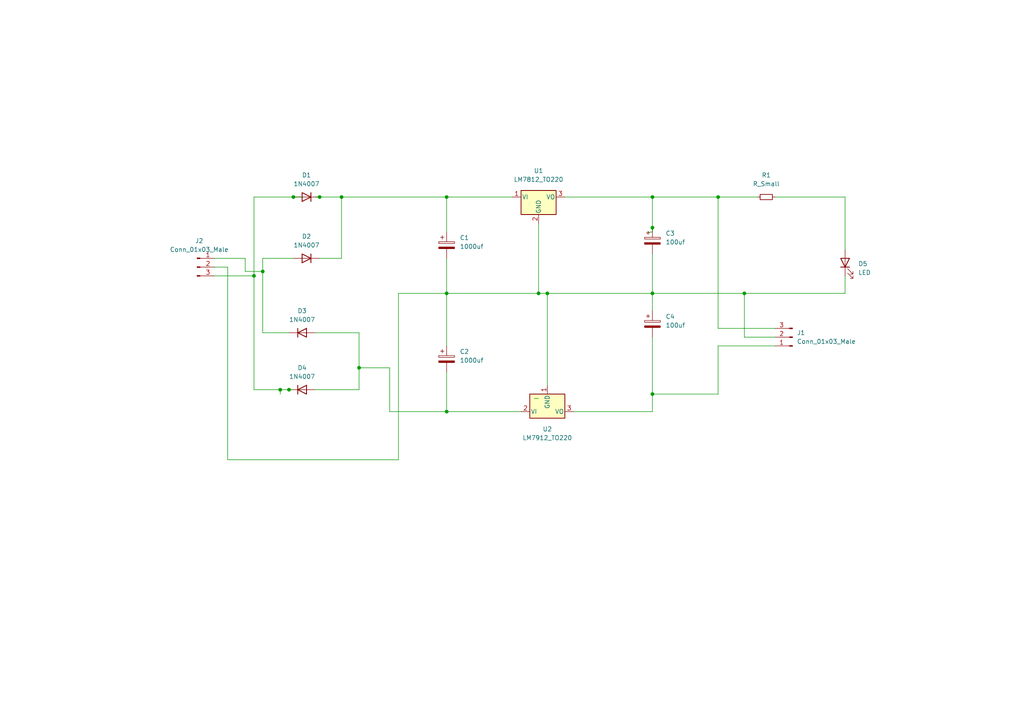
<source format=kicad_sch>
(kicad_sch (version 20211123) (generator eeschema)

  (uuid 2a76e46c-3a78-47b2-8778-85bb3f2cdafb)

  (paper "A4")

  (lib_symbols
    (symbol "Connector:Conn_01x03_Male" (pin_names (offset 1.016) hide) (in_bom yes) (on_board yes)
      (property "Reference" "J" (id 0) (at 0 5.08 0)
        (effects (font (size 1.27 1.27)))
      )
      (property "Value" "Conn_01x03_Male" (id 1) (at 0 -5.08 0)
        (effects (font (size 1.27 1.27)))
      )
      (property "Footprint" "" (id 2) (at 0 0 0)
        (effects (font (size 1.27 1.27)) hide)
      )
      (property "Datasheet" "~" (id 3) (at 0 0 0)
        (effects (font (size 1.27 1.27)) hide)
      )
      (property "ki_keywords" "connector" (id 4) (at 0 0 0)
        (effects (font (size 1.27 1.27)) hide)
      )
      (property "ki_description" "Generic connector, single row, 01x03, script generated (kicad-library-utils/schlib/autogen/connector/)" (id 5) (at 0 0 0)
        (effects (font (size 1.27 1.27)) hide)
      )
      (property "ki_fp_filters" "Connector*:*_1x??_*" (id 6) (at 0 0 0)
        (effects (font (size 1.27 1.27)) hide)
      )
      (symbol "Conn_01x03_Male_1_1"
        (polyline
          (pts
            (xy 1.27 -2.54)
            (xy 0.8636 -2.54)
          )
          (stroke (width 0.1524) (type default) (color 0 0 0 0))
          (fill (type none))
        )
        (polyline
          (pts
            (xy 1.27 0)
            (xy 0.8636 0)
          )
          (stroke (width 0.1524) (type default) (color 0 0 0 0))
          (fill (type none))
        )
        (polyline
          (pts
            (xy 1.27 2.54)
            (xy 0.8636 2.54)
          )
          (stroke (width 0.1524) (type default) (color 0 0 0 0))
          (fill (type none))
        )
        (rectangle (start 0.8636 -2.413) (end 0 -2.667)
          (stroke (width 0.1524) (type default) (color 0 0 0 0))
          (fill (type outline))
        )
        (rectangle (start 0.8636 0.127) (end 0 -0.127)
          (stroke (width 0.1524) (type default) (color 0 0 0 0))
          (fill (type outline))
        )
        (rectangle (start 0.8636 2.667) (end 0 2.413)
          (stroke (width 0.1524) (type default) (color 0 0 0 0))
          (fill (type outline))
        )
        (pin passive line (at 5.08 2.54 180) (length 3.81)
          (name "Pin_1" (effects (font (size 1.27 1.27))))
          (number "1" (effects (font (size 1.27 1.27))))
        )
        (pin passive line (at 5.08 0 180) (length 3.81)
          (name "Pin_2" (effects (font (size 1.27 1.27))))
          (number "2" (effects (font (size 1.27 1.27))))
        )
        (pin passive line (at 5.08 -2.54 180) (length 3.81)
          (name "Pin_3" (effects (font (size 1.27 1.27))))
          (number "3" (effects (font (size 1.27 1.27))))
        )
      )
    )
    (symbol "Device:C_Polarized" (pin_numbers hide) (pin_names (offset 0.254)) (in_bom yes) (on_board yes)
      (property "Reference" "C" (id 0) (at 0.635 2.54 0)
        (effects (font (size 1.27 1.27)) (justify left))
      )
      (property "Value" "C_Polarized" (id 1) (at 0.635 -2.54 0)
        (effects (font (size 1.27 1.27)) (justify left))
      )
      (property "Footprint" "" (id 2) (at 0.9652 -3.81 0)
        (effects (font (size 1.27 1.27)) hide)
      )
      (property "Datasheet" "~" (id 3) (at 0 0 0)
        (effects (font (size 1.27 1.27)) hide)
      )
      (property "ki_keywords" "cap capacitor" (id 4) (at 0 0 0)
        (effects (font (size 1.27 1.27)) hide)
      )
      (property "ki_description" "Polarized capacitor" (id 5) (at 0 0 0)
        (effects (font (size 1.27 1.27)) hide)
      )
      (property "ki_fp_filters" "CP_*" (id 6) (at 0 0 0)
        (effects (font (size 1.27 1.27)) hide)
      )
      (symbol "C_Polarized_0_1"
        (rectangle (start -2.286 0.508) (end 2.286 1.016)
          (stroke (width 0) (type default) (color 0 0 0 0))
          (fill (type none))
        )
        (polyline
          (pts
            (xy -1.778 2.286)
            (xy -0.762 2.286)
          )
          (stroke (width 0) (type default) (color 0 0 0 0))
          (fill (type none))
        )
        (polyline
          (pts
            (xy -1.27 2.794)
            (xy -1.27 1.778)
          )
          (stroke (width 0) (type default) (color 0 0 0 0))
          (fill (type none))
        )
        (rectangle (start 2.286 -0.508) (end -2.286 -1.016)
          (stroke (width 0) (type default) (color 0 0 0 0))
          (fill (type outline))
        )
      )
      (symbol "C_Polarized_1_1"
        (pin passive line (at 0 3.81 270) (length 2.794)
          (name "~" (effects (font (size 1.27 1.27))))
          (number "1" (effects (font (size 1.27 1.27))))
        )
        (pin passive line (at 0 -3.81 90) (length 2.794)
          (name "~" (effects (font (size 1.27 1.27))))
          (number "2" (effects (font (size 1.27 1.27))))
        )
      )
    )
    (symbol "Device:LED" (pin_numbers hide) (pin_names (offset 1.016) hide) (in_bom yes) (on_board yes)
      (property "Reference" "D" (id 0) (at 0 2.54 0)
        (effects (font (size 1.27 1.27)))
      )
      (property "Value" "LED" (id 1) (at 0 -2.54 0)
        (effects (font (size 1.27 1.27)))
      )
      (property "Footprint" "" (id 2) (at 0 0 0)
        (effects (font (size 1.27 1.27)) hide)
      )
      (property "Datasheet" "~" (id 3) (at 0 0 0)
        (effects (font (size 1.27 1.27)) hide)
      )
      (property "ki_keywords" "LED diode" (id 4) (at 0 0 0)
        (effects (font (size 1.27 1.27)) hide)
      )
      (property "ki_description" "Light emitting diode" (id 5) (at 0 0 0)
        (effects (font (size 1.27 1.27)) hide)
      )
      (property "ki_fp_filters" "LED* LED_SMD:* LED_THT:*" (id 6) (at 0 0 0)
        (effects (font (size 1.27 1.27)) hide)
      )
      (symbol "LED_0_1"
        (polyline
          (pts
            (xy -1.27 -1.27)
            (xy -1.27 1.27)
          )
          (stroke (width 0.254) (type default) (color 0 0 0 0))
          (fill (type none))
        )
        (polyline
          (pts
            (xy -1.27 0)
            (xy 1.27 0)
          )
          (stroke (width 0) (type default) (color 0 0 0 0))
          (fill (type none))
        )
        (polyline
          (pts
            (xy 1.27 -1.27)
            (xy 1.27 1.27)
            (xy -1.27 0)
            (xy 1.27 -1.27)
          )
          (stroke (width 0.254) (type default) (color 0 0 0 0))
          (fill (type none))
        )
        (polyline
          (pts
            (xy -3.048 -0.762)
            (xy -4.572 -2.286)
            (xy -3.81 -2.286)
            (xy -4.572 -2.286)
            (xy -4.572 -1.524)
          )
          (stroke (width 0) (type default) (color 0 0 0 0))
          (fill (type none))
        )
        (polyline
          (pts
            (xy -1.778 -0.762)
            (xy -3.302 -2.286)
            (xy -2.54 -2.286)
            (xy -3.302 -2.286)
            (xy -3.302 -1.524)
          )
          (stroke (width 0) (type default) (color 0 0 0 0))
          (fill (type none))
        )
      )
      (symbol "LED_1_1"
        (pin passive line (at -3.81 0 0) (length 2.54)
          (name "K" (effects (font (size 1.27 1.27))))
          (number "1" (effects (font (size 1.27 1.27))))
        )
        (pin passive line (at 3.81 0 180) (length 2.54)
          (name "A" (effects (font (size 1.27 1.27))))
          (number "2" (effects (font (size 1.27 1.27))))
        )
      )
    )
    (symbol "Device:R_Small" (pin_numbers hide) (pin_names (offset 0.254) hide) (in_bom yes) (on_board yes)
      (property "Reference" "R" (id 0) (at 0.762 0.508 0)
        (effects (font (size 1.27 1.27)) (justify left))
      )
      (property "Value" "R_Small" (id 1) (at 0.762 -1.016 0)
        (effects (font (size 1.27 1.27)) (justify left))
      )
      (property "Footprint" "" (id 2) (at 0 0 0)
        (effects (font (size 1.27 1.27)) hide)
      )
      (property "Datasheet" "~" (id 3) (at 0 0 0)
        (effects (font (size 1.27 1.27)) hide)
      )
      (property "ki_keywords" "R resistor" (id 4) (at 0 0 0)
        (effects (font (size 1.27 1.27)) hide)
      )
      (property "ki_description" "Resistor, small symbol" (id 5) (at 0 0 0)
        (effects (font (size 1.27 1.27)) hide)
      )
      (property "ki_fp_filters" "R_*" (id 6) (at 0 0 0)
        (effects (font (size 1.27 1.27)) hide)
      )
      (symbol "R_Small_0_1"
        (rectangle (start -0.762 1.778) (end 0.762 -1.778)
          (stroke (width 0.2032) (type default) (color 0 0 0 0))
          (fill (type none))
        )
      )
      (symbol "R_Small_1_1"
        (pin passive line (at 0 2.54 270) (length 0.762)
          (name "~" (effects (font (size 1.27 1.27))))
          (number "1" (effects (font (size 1.27 1.27))))
        )
        (pin passive line (at 0 -2.54 90) (length 0.762)
          (name "~" (effects (font (size 1.27 1.27))))
          (number "2" (effects (font (size 1.27 1.27))))
        )
      )
    )
    (symbol "Diode:1N4007" (pin_numbers hide) (pin_names (offset 1.016) hide) (in_bom yes) (on_board yes)
      (property "Reference" "D" (id 0) (at 0 2.54 0)
        (effects (font (size 1.27 1.27)))
      )
      (property "Value" "1N4007" (id 1) (at 0 -2.54 0)
        (effects (font (size 1.27 1.27)))
      )
      (property "Footprint" "Diode_THT:D_DO-41_SOD81_P10.16mm_Horizontal" (id 2) (at 0 -4.445 0)
        (effects (font (size 1.27 1.27)) hide)
      )
      (property "Datasheet" "http://www.vishay.com/docs/88503/1n4001.pdf" (id 3) (at 0 0 0)
        (effects (font (size 1.27 1.27)) hide)
      )
      (property "ki_keywords" "diode" (id 4) (at 0 0 0)
        (effects (font (size 1.27 1.27)) hide)
      )
      (property "ki_description" "1000V 1A General Purpose Rectifier Diode, DO-41" (id 5) (at 0 0 0)
        (effects (font (size 1.27 1.27)) hide)
      )
      (property "ki_fp_filters" "D*DO?41*" (id 6) (at 0 0 0)
        (effects (font (size 1.27 1.27)) hide)
      )
      (symbol "1N4007_0_1"
        (polyline
          (pts
            (xy -1.27 1.27)
            (xy -1.27 -1.27)
          )
          (stroke (width 0.254) (type default) (color 0 0 0 0))
          (fill (type none))
        )
        (polyline
          (pts
            (xy 1.27 0)
            (xy -1.27 0)
          )
          (stroke (width 0) (type default) (color 0 0 0 0))
          (fill (type none))
        )
        (polyline
          (pts
            (xy 1.27 1.27)
            (xy 1.27 -1.27)
            (xy -1.27 0)
            (xy 1.27 1.27)
          )
          (stroke (width 0.254) (type default) (color 0 0 0 0))
          (fill (type none))
        )
      )
      (symbol "1N4007_1_1"
        (pin passive line (at -3.81 0 0) (length 2.54)
          (name "K" (effects (font (size 1.27 1.27))))
          (number "1" (effects (font (size 1.27 1.27))))
        )
        (pin passive line (at 3.81 0 180) (length 2.54)
          (name "A" (effects (font (size 1.27 1.27))))
          (number "2" (effects (font (size 1.27 1.27))))
        )
      )
    )
    (symbol "Regulator_Linear:LM7812_TO220" (pin_names (offset 0.254)) (in_bom yes) (on_board yes)
      (property "Reference" "U" (id 0) (at -3.81 3.175 0)
        (effects (font (size 1.27 1.27)))
      )
      (property "Value" "LM7812_TO220" (id 1) (at 0 3.175 0)
        (effects (font (size 1.27 1.27)) (justify left))
      )
      (property "Footprint" "Package_TO_SOT_THT:TO-220-3_Vertical" (id 2) (at 0 5.715 0)
        (effects (font (size 1.27 1.27) italic) hide)
      )
      (property "Datasheet" "https://www.onsemi.cn/PowerSolutions/document/MC7800-D.PDF" (id 3) (at 0 -1.27 0)
        (effects (font (size 1.27 1.27)) hide)
      )
      (property "ki_keywords" "Voltage Regulator 1A Positive" (id 4) (at 0 0 0)
        (effects (font (size 1.27 1.27)) hide)
      )
      (property "ki_description" "Positive 1A 35V Linear Regulator, Fixed Output 12V, TO-220" (id 5) (at 0 0 0)
        (effects (font (size 1.27 1.27)) hide)
      )
      (property "ki_fp_filters" "TO?220*" (id 6) (at 0 0 0)
        (effects (font (size 1.27 1.27)) hide)
      )
      (symbol "LM7812_TO220_0_1"
        (rectangle (start -5.08 1.905) (end 5.08 -5.08)
          (stroke (width 0.254) (type default) (color 0 0 0 0))
          (fill (type background))
        )
      )
      (symbol "LM7812_TO220_1_1"
        (pin power_in line (at -7.62 0 0) (length 2.54)
          (name "VI" (effects (font (size 1.27 1.27))))
          (number "1" (effects (font (size 1.27 1.27))))
        )
        (pin power_in line (at 0 -7.62 90) (length 2.54)
          (name "GND" (effects (font (size 1.27 1.27))))
          (number "2" (effects (font (size 1.27 1.27))))
        )
        (pin power_out line (at 7.62 0 180) (length 2.54)
          (name "VO" (effects (font (size 1.27 1.27))))
          (number "3" (effects (font (size 1.27 1.27))))
        )
      )
    )
    (symbol "Regulator_Linear:LM7912_TO220" (pin_names (offset 0.254)) (in_bom yes) (on_board yes)
      (property "Reference" "U" (id 0) (at -3.81 -3.175 0)
        (effects (font (size 1.27 1.27)))
      )
      (property "Value" "LM7912_TO220" (id 1) (at 0 -3.175 0)
        (effects (font (size 1.27 1.27)) (justify left))
      )
      (property "Footprint" "Package_TO_SOT_THT:TO-220-3_Vertical" (id 2) (at 0 -5.08 0)
        (effects (font (size 1.27 1.27) italic) hide)
      )
      (property "Datasheet" "hhttps://www.onsemi.com/pub/Collateral/MC7900-D.PDF" (id 3) (at 0 0 0)
        (effects (font (size 1.27 1.27)) hide)
      )
      (property "ki_keywords" "Voltage Regulator 1A Negative" (id 4) (at 0 0 0)
        (effects (font (size 1.27 1.27)) hide)
      )
      (property "ki_description" "Negative 1A 35V Linear Regulator, Fixed Output 12V, TO-220" (id 5) (at 0 0 0)
        (effects (font (size 1.27 1.27)) hide)
      )
      (property "ki_fp_filters" "TO?220*" (id 6) (at 0 0 0)
        (effects (font (size 1.27 1.27)) hide)
      )
      (symbol "LM7912_TO220_0_1"
        (rectangle (start -5.08 5.08) (end 5.08 -1.905)
          (stroke (width 0.254) (type default) (color 0 0 0 0))
          (fill (type background))
        )
      )
      (symbol "LM7912_TO220_1_1"
        (pin power_in line (at 0 7.62 270) (length 2.54)
          (name "GND" (effects (font (size 1.27 1.27))))
          (number "1" (effects (font (size 1.27 1.27))))
        )
        (pin power_in line (at -7.62 0 0) (length 2.54)
          (name "VI" (effects (font (size 1.27 1.27))))
          (number "2" (effects (font (size 1.27 1.27))))
        )
        (pin power_out line (at 7.62 0 180) (length 2.54)
          (name "VO" (effects (font (size 1.27 1.27))))
          (number "3" (effects (font (size 1.27 1.27))))
        )
      )
    )
  )

  (junction (at 81.28 113.03) (diameter 0) (color 0 0 0 0)
    (uuid 01426504-e11f-4a28-8b59-4e4b7ccad820)
  )
  (junction (at 156.21 85.09) (diameter 0) (color 0 0 0 0)
    (uuid 070f6157-b4ab-4e43-a7cc-e218e2c58bbc)
  )
  (junction (at 99.06 57.15) (diameter 0) (color 0 0 0 0)
    (uuid 2339940a-6cb0-4a1b-a127-6d5971fcc720)
  )
  (junction (at 92.71 57.15) (diameter 0) (color 0 0 0 0)
    (uuid 2cdca7fb-33d7-41e8-9e2c-8934ceed5a6f)
  )
  (junction (at 189.23 114.3) (diameter 0) (color 0 0 0 0)
    (uuid 3f0b3459-5962-4ea8-b731-5f36937ba50f)
  )
  (junction (at 215.9 85.09) (diameter 0) (color 0 0 0 0)
    (uuid 53c513f5-097e-4cdd-9a2f-804500332d4d)
  )
  (junction (at 73.66 80.01) (diameter 0) (color 0 0 0 0)
    (uuid 55296480-8328-46cb-881a-dd053af4c4ce)
  )
  (junction (at 76.2 78.74) (diameter 0) (color 0 0 0 0)
    (uuid 6c189186-2f67-46f2-a773-8b52a5c1e386)
  )
  (junction (at 189.23 66.04) (diameter 0) (color 0 0 0 0)
    (uuid 7004d3dc-3492-4091-b418-5e155f537113)
  )
  (junction (at 85.09 57.15) (diameter 0) (color 0 0 0 0)
    (uuid 764d2264-fbe7-4752-9708-c656de46d9b2)
  )
  (junction (at 83.82 113.03) (diameter 0) (color 0 0 0 0)
    (uuid 7fa0147b-0564-4d86-9ac9-8dfc043c158e)
  )
  (junction (at 158.75 85.09) (diameter 0) (color 0 0 0 0)
    (uuid 7fd125f3-a860-43fb-8315-36c3f5d58acf)
  )
  (junction (at 129.54 85.09) (diameter 0) (color 0 0 0 0)
    (uuid 96bbd037-e35d-47ed-b59f-317cd3ab746d)
  )
  (junction (at 189.23 85.09) (diameter 0) (color 0 0 0 0)
    (uuid 9f874474-4fe9-44ad-8aa5-9df224fca5ef)
  )
  (junction (at 104.14 106.68) (diameter 0) (color 0 0 0 0)
    (uuid a49e1f57-16b5-4f5d-b356-4940ba602df5)
  )
  (junction (at 129.54 119.38) (diameter 0) (color 0 0 0 0)
    (uuid a5e514c9-f35b-4be5-81ed-22bd3b019527)
  )
  (junction (at 208.28 57.15) (diameter 0) (color 0 0 0 0)
    (uuid c4c248ef-6367-4a46-8355-9716e1278a9c)
  )
  (junction (at 129.54 57.15) (diameter 0) (color 0 0 0 0)
    (uuid e6ece170-e880-4125-85ea-04617aa62e98)
  )
  (junction (at 189.23 57.15) (diameter 0) (color 0 0 0 0)
    (uuid fdc448d3-a691-4ce6-b144-cccc3e3414ca)
  )

  (wire (pts (xy 224.79 95.25) (xy 208.28 95.25))
    (stroke (width 0) (type default) (color 0 0 0 0))
    (uuid 0789e92f-1447-42c4-ab58-d1fd553286cc)
  )
  (wire (pts (xy 66.04 133.35) (xy 115.57 133.35))
    (stroke (width 0) (type default) (color 0 0 0 0))
    (uuid 0dbb6980-b7ed-4c1c-8a88-caaa6cda00cc)
  )
  (wire (pts (xy 208.28 100.33) (xy 208.28 114.3))
    (stroke (width 0) (type default) (color 0 0 0 0))
    (uuid 10628ee3-e73c-4766-b54c-92722a0884e1)
  )
  (wire (pts (xy 156.21 85.09) (xy 158.75 85.09))
    (stroke (width 0) (type default) (color 0 0 0 0))
    (uuid 1365424a-9d6f-4d35-a5a8-3674c9474acd)
  )
  (wire (pts (xy 129.54 107.95) (xy 129.54 119.38))
    (stroke (width 0) (type default) (color 0 0 0 0))
    (uuid 152a53ec-9a74-4da0-9f70-0a32c463f84b)
  )
  (wire (pts (xy 76.2 74.93) (xy 85.09 74.93))
    (stroke (width 0) (type default) (color 0 0 0 0))
    (uuid 1bddd0c3-d807-4fd4-bceb-329869a88b6d)
  )
  (wire (pts (xy 224.79 97.79) (xy 215.9 97.79))
    (stroke (width 0) (type default) (color 0 0 0 0))
    (uuid 2136a8b8-84bd-4aed-87d4-0be7fad269b4)
  )
  (wire (pts (xy 104.14 106.68) (xy 113.03 106.68))
    (stroke (width 0) (type default) (color 0 0 0 0))
    (uuid 2341865e-1864-4e29-abc1-f0d7bfdd794b)
  )
  (wire (pts (xy 156.21 64.77) (xy 156.21 85.09))
    (stroke (width 0) (type default) (color 0 0 0 0))
    (uuid 2491c666-6c94-44eb-b50c-ec28ec89489b)
  )
  (wire (pts (xy 91.44 57.15) (xy 92.71 57.15))
    (stroke (width 0) (type default) (color 0 0 0 0))
    (uuid 26690bcd-152d-4f1c-abe9-1d5a18ad9c9d)
  )
  (wire (pts (xy 76.2 96.52) (xy 83.82 96.52))
    (stroke (width 0) (type default) (color 0 0 0 0))
    (uuid 29308f0c-07a6-4475-bc6e-5831202c8ec2)
  )
  (wire (pts (xy 73.66 57.15) (xy 85.09 57.15))
    (stroke (width 0) (type default) (color 0 0 0 0))
    (uuid 3e7de831-5a17-4e02-8124-e7378c6b6bce)
  )
  (wire (pts (xy 104.14 106.68) (xy 104.14 113.03))
    (stroke (width 0) (type default) (color 0 0 0 0))
    (uuid 42c65347-72de-41ad-9214-a0cb1aba9239)
  )
  (wire (pts (xy 215.9 85.09) (xy 245.11 85.09))
    (stroke (width 0) (type default) (color 0 0 0 0))
    (uuid 47a8a483-3d49-4d45-b51f-04e5f4dfdbd1)
  )
  (wire (pts (xy 129.54 85.09) (xy 156.21 85.09))
    (stroke (width 0) (type default) (color 0 0 0 0))
    (uuid 4a698216-3f83-48d9-b0ca-4ce0ae4f6012)
  )
  (wire (pts (xy 81.28 113.03) (xy 83.82 113.03))
    (stroke (width 0) (type default) (color 0 0 0 0))
    (uuid 4ea74cd9-3102-4ecc-8bc6-a576c837c467)
  )
  (wire (pts (xy 129.54 57.15) (xy 148.59 57.15))
    (stroke (width 0) (type default) (color 0 0 0 0))
    (uuid 51c35e28-a68e-4b1c-8dd6-2550a6b5a1cd)
  )
  (wire (pts (xy 187.96 67.31) (xy 189.23 67.31))
    (stroke (width 0) (type default) (color 0 0 0 0))
    (uuid 53d1ad97-8523-469f-90b4-322e204e5f8b)
  )
  (wire (pts (xy 85.09 57.15) (xy 87.63 57.15))
    (stroke (width 0) (type default) (color 0 0 0 0))
    (uuid 55cb91e3-5b56-4f4f-ab5a-a1a2878162dc)
  )
  (wire (pts (xy 189.23 114.3) (xy 189.23 119.38))
    (stroke (width 0) (type default) (color 0 0 0 0))
    (uuid 5cc9927d-0fe7-45d6-9109-cb26697bafd0)
  )
  (wire (pts (xy 158.75 85.09) (xy 189.23 85.09))
    (stroke (width 0) (type default) (color 0 0 0 0))
    (uuid 605cf2ee-b4b6-493e-853f-f05f4c4b826d)
  )
  (wire (pts (xy 208.28 100.33) (xy 224.79 100.33))
    (stroke (width 0) (type default) (color 0 0 0 0))
    (uuid 61f0827b-079d-4c83-8160-261a86743279)
  )
  (wire (pts (xy 189.23 66.04) (xy 189.23 67.31))
    (stroke (width 0) (type default) (color 0 0 0 0))
    (uuid 664bd7bd-6b67-4f27-b396-adc766d7b0a7)
  )
  (wire (pts (xy 189.23 97.79) (xy 189.23 114.3))
    (stroke (width 0) (type default) (color 0 0 0 0))
    (uuid 689443b6-8b0f-4428-bf47-5dbd2b999060)
  )
  (wire (pts (xy 83.82 113.03) (xy 85.09 113.03))
    (stroke (width 0) (type default) (color 0 0 0 0))
    (uuid 7217ce4f-d56d-4b31-9a04-e14aedc9d596)
  )
  (wire (pts (xy 91.44 113.03) (xy 104.14 113.03))
    (stroke (width 0) (type default) (color 0 0 0 0))
    (uuid 73b746ff-2019-45c5-ba19-fe5cf1af30df)
  )
  (wire (pts (xy 189.23 57.15) (xy 208.28 57.15))
    (stroke (width 0) (type default) (color 0 0 0 0))
    (uuid 75276426-283a-4270-b1c3-d1bbd509235e)
  )
  (wire (pts (xy 245.11 80.01) (xy 245.11 85.09))
    (stroke (width 0) (type default) (color 0 0 0 0))
    (uuid 758d38ff-f42e-4307-a581-4c966e85f362)
  )
  (wire (pts (xy 189.23 73.66) (xy 189.23 85.09))
    (stroke (width 0) (type default) (color 0 0 0 0))
    (uuid 760e76cf-33ac-4a20-b312-b04926d84067)
  )
  (wire (pts (xy 62.23 74.93) (xy 71.12 74.93))
    (stroke (width 0) (type default) (color 0 0 0 0))
    (uuid 7c8beaa3-593f-4304-8ff1-302e371a26be)
  )
  (wire (pts (xy 113.03 119.38) (xy 129.54 119.38))
    (stroke (width 0) (type default) (color 0 0 0 0))
    (uuid 81968d5d-3e0b-4341-9f33-65240cb552bd)
  )
  (wire (pts (xy 215.9 97.79) (xy 215.9 85.09))
    (stroke (width 0) (type default) (color 0 0 0 0))
    (uuid 875b0417-f164-40f4-9d84-07ccbbfc3260)
  )
  (wire (pts (xy 62.23 77.47) (xy 66.04 77.47))
    (stroke (width 0) (type default) (color 0 0 0 0))
    (uuid 890edbec-d471-444c-9357-d315dcd2b1fe)
  )
  (wire (pts (xy 129.54 74.93) (xy 129.54 85.09))
    (stroke (width 0) (type default) (color 0 0 0 0))
    (uuid 8a1a70e2-5b20-409e-bd7a-24af9c861d9b)
  )
  (wire (pts (xy 73.66 57.15) (xy 73.66 80.01))
    (stroke (width 0) (type default) (color 0 0 0 0))
    (uuid 8a893d4b-8900-4f3d-8b44-74a3c7c87704)
  )
  (wire (pts (xy 81.28 113.03) (xy 81.28 114.3))
    (stroke (width 0) (type default) (color 0 0 0 0))
    (uuid 8b496e2e-b970-4a37-b498-fb3cfd2b9f46)
  )
  (wire (pts (xy 76.2 74.93) (xy 76.2 78.74))
    (stroke (width 0) (type default) (color 0 0 0 0))
    (uuid 9476506b-1fc4-4fa4-b24b-1e17b666fbf5)
  )
  (wire (pts (xy 92.71 57.15) (xy 99.06 57.15))
    (stroke (width 0) (type default) (color 0 0 0 0))
    (uuid 9f7e2898-5702-481e-9d5a-1e3b1e9ff128)
  )
  (wire (pts (xy 115.57 85.09) (xy 129.54 85.09))
    (stroke (width 0) (type default) (color 0 0 0 0))
    (uuid a248e9da-7948-43bb-a41b-2ef80169909b)
  )
  (wire (pts (xy 99.06 57.15) (xy 99.06 74.93))
    (stroke (width 0) (type default) (color 0 0 0 0))
    (uuid a26a5c42-0739-4057-906e-68b30c1664db)
  )
  (wire (pts (xy 71.12 74.93) (xy 71.12 78.74))
    (stroke (width 0) (type default) (color 0 0 0 0))
    (uuid aafef782-825d-4737-ab3f-c4c952a89a12)
  )
  (wire (pts (xy 156.21 115.57) (xy 154.94 115.57))
    (stroke (width 0) (type default) (color 0 0 0 0))
    (uuid ac0199d4-cf03-477c-90e5-b76a5d851ef3)
  )
  (wire (pts (xy 62.23 80.01) (xy 73.66 80.01))
    (stroke (width 0) (type default) (color 0 0 0 0))
    (uuid acbb747d-dffc-417f-ac62-18e318ef5bf0)
  )
  (wire (pts (xy 208.28 57.15) (xy 219.71 57.15))
    (stroke (width 0) (type default) (color 0 0 0 0))
    (uuid aedbc445-124e-42ff-9111-e29c40717cf6)
  )
  (wire (pts (xy 189.23 85.09) (xy 215.9 85.09))
    (stroke (width 0) (type default) (color 0 0 0 0))
    (uuid af6efb0c-32bd-4826-bd9f-213534b23a12)
  )
  (wire (pts (xy 76.2 78.74) (xy 76.2 96.52))
    (stroke (width 0) (type default) (color 0 0 0 0))
    (uuid aff68cc7-a90f-41f8-8dd4-f1ded7cf96ff)
  )
  (wire (pts (xy 73.66 80.01) (xy 73.66 113.03))
    (stroke (width 0) (type default) (color 0 0 0 0))
    (uuid b3e3025c-1c74-4c85-b89b-c3291364dc35)
  )
  (wire (pts (xy 189.23 114.3) (xy 208.28 114.3))
    (stroke (width 0) (type default) (color 0 0 0 0))
    (uuid bd50a380-62db-4ef0-b4f8-2abdc4223bd2)
  )
  (wire (pts (xy 115.57 85.09) (xy 115.57 133.35))
    (stroke (width 0) (type default) (color 0 0 0 0))
    (uuid c1878523-1f3e-457f-9a62-eb0a690b982e)
  )
  (wire (pts (xy 104.14 96.52) (xy 104.14 106.68))
    (stroke (width 0) (type default) (color 0 0 0 0))
    (uuid c1ab2325-2fc8-489f-bcf1-77553a4f4267)
  )
  (wire (pts (xy 113.03 106.68) (xy 113.03 119.38))
    (stroke (width 0) (type default) (color 0 0 0 0))
    (uuid c39aaa77-445b-4f39-a2a6-74ef1efc7eb8)
  )
  (wire (pts (xy 158.75 111.76) (xy 158.75 85.09))
    (stroke (width 0) (type default) (color 0 0 0 0))
    (uuid c42b9e1a-f1c9-4300-b821-de2e66a26eff)
  )
  (wire (pts (xy 71.12 78.74) (xy 76.2 78.74))
    (stroke (width 0) (type default) (color 0 0 0 0))
    (uuid d07ae79d-0202-4c7e-885b-006563c4a0d1)
  )
  (wire (pts (xy 99.06 57.15) (xy 129.54 57.15))
    (stroke (width 0) (type default) (color 0 0 0 0))
    (uuid d0cef583-3c9e-405b-a0c3-5921c5636650)
  )
  (wire (pts (xy 208.28 57.15) (xy 208.28 95.25))
    (stroke (width 0) (type default) (color 0 0 0 0))
    (uuid d4769fc5-2294-4450-ab20-5ca3b3d74e5c)
  )
  (wire (pts (xy 224.79 57.15) (xy 245.11 57.15))
    (stroke (width 0) (type default) (color 0 0 0 0))
    (uuid d48c1a72-1b5e-49bd-8f86-33ccb8aa1785)
  )
  (wire (pts (xy 99.06 74.93) (xy 92.71 74.93))
    (stroke (width 0) (type default) (color 0 0 0 0))
    (uuid d4ed1be4-84dc-4070-b68b-0d846ac52025)
  )
  (wire (pts (xy 129.54 85.09) (xy 129.54 100.33))
    (stroke (width 0) (type default) (color 0 0 0 0))
    (uuid daf6b351-d179-4ff2-8d63-5736715fc9d0)
  )
  (wire (pts (xy 163.83 57.15) (xy 189.23 57.15))
    (stroke (width 0) (type default) (color 0 0 0 0))
    (uuid de477527-f288-4ea5-95c3-9acffd211343)
  )
  (wire (pts (xy 245.11 57.15) (xy 245.11 72.39))
    (stroke (width 0) (type default) (color 0 0 0 0))
    (uuid e09772b2-7521-4da9-aae4-74a28dfc8651)
  )
  (wire (pts (xy 129.54 119.38) (xy 151.13 119.38))
    (stroke (width 0) (type default) (color 0 0 0 0))
    (uuid e5f97a42-bb16-47c4-a94a-1c81fae24f43)
  )
  (wire (pts (xy 166.37 119.38) (xy 189.23 119.38))
    (stroke (width 0) (type default) (color 0 0 0 0))
    (uuid e7a1f670-2dfb-4c54-be84-01ff7d04f026)
  )
  (wire (pts (xy 129.54 57.15) (xy 129.54 67.31))
    (stroke (width 0) (type default) (color 0 0 0 0))
    (uuid e8a45640-c850-4a4b-8492-dc3824278bcc)
  )
  (wire (pts (xy 189.23 85.09) (xy 189.23 90.17))
    (stroke (width 0) (type default) (color 0 0 0 0))
    (uuid ed449c20-ec56-4e1b-a856-6e3cf82aaa1a)
  )
  (wire (pts (xy 73.66 113.03) (xy 81.28 113.03))
    (stroke (width 0) (type default) (color 0 0 0 0))
    (uuid f156cdd8-19f8-4376-97e9-da7140244a99)
  )
  (wire (pts (xy 189.23 57.15) (xy 189.23 66.04))
    (stroke (width 0) (type default) (color 0 0 0 0))
    (uuid f5af8ba6-12f1-4791-a55f-56a473d58440)
  )
  (wire (pts (xy 66.04 77.47) (xy 66.04 133.35))
    (stroke (width 0) (type default) (color 0 0 0 0))
    (uuid f7ef71c9-d2ad-4940-a8c1-58e67a0fd019)
  )
  (wire (pts (xy 104.14 96.52) (xy 91.44 96.52))
    (stroke (width 0) (type default) (color 0 0 0 0))
    (uuid fac4704d-a002-4aeb-8b9a-85fd16a375de)
  )

  (symbol (lib_id "Device:C_Polarized") (at 129.54 71.12 0) (unit 1)
    (in_bom yes) (on_board yes) (fields_autoplaced)
    (uuid 236bbdeb-38a7-4e72-9b1c-4889e93fe816)
    (property "Reference" "C1" (id 0) (at 133.35 68.9609 0)
      (effects (font (size 1.27 1.27)) (justify left))
    )
    (property "Value" "1000uf" (id 1) (at 133.35 71.5009 0)
      (effects (font (size 1.27 1.27)) (justify left))
    )
    (property "Footprint" "Capacitor_THT:CP_Radial_D4.0mm_P2.00mm" (id 2) (at 130.5052 74.93 0)
      (effects (font (size 1.27 1.27)) hide)
    )
    (property "Datasheet" "~" (id 3) (at 129.54 71.12 0)
      (effects (font (size 1.27 1.27)) hide)
    )
    (pin "1" (uuid 03d20ad4-4210-4bc0-8789-20459ae35aa5))
    (pin "2" (uuid 360c35ba-d940-4100-9bd4-ceb5701baa99))
  )

  (symbol (lib_id "Device:LED") (at 245.11 76.2 90) (unit 1)
    (in_bom yes) (on_board yes) (fields_autoplaced)
    (uuid 23af058f-d7a5-4a03-b703-2efd5bf9a21d)
    (property "Reference" "D5" (id 0) (at 248.92 76.5174 90)
      (effects (font (size 1.27 1.27)) (justify right))
    )
    (property "Value" "LED" (id 1) (at 248.92 79.0574 90)
      (effects (font (size 1.27 1.27)) (justify right))
    )
    (property "Footprint" "Resistor_THT:R_Axial_DIN0204_L3.6mm_D1.6mm_P1.90mm_Vertical" (id 2) (at 245.11 76.2 0)
      (effects (font (size 1.27 1.27)) hide)
    )
    (property "Datasheet" "~" (id 3) (at 245.11 76.2 0)
      (effects (font (size 1.27 1.27)) hide)
    )
    (pin "1" (uuid e4546626-d70f-4a31-91fa-bebdff0f874d))
    (pin "2" (uuid 27e54977-a835-48e6-9451-8d6d5a5af6c2))
  )

  (symbol (lib_id "Device:C_Polarized") (at 189.23 69.85 0) (unit 1)
    (in_bom yes) (on_board yes) (fields_autoplaced)
    (uuid 2d7763a9-f296-4d73-a82e-ce606e8ee457)
    (property "Reference" "C3" (id 0) (at 193.04 67.6909 0)
      (effects (font (size 1.27 1.27)) (justify left))
    )
    (property "Value" "100uf" (id 1) (at 193.04 70.2309 0)
      (effects (font (size 1.27 1.27)) (justify left))
    )
    (property "Footprint" "Capacitor_THT:CP_Radial_D4.0mm_P2.00mm" (id 2) (at 190.1952 73.66 0)
      (effects (font (size 1.27 1.27)) hide)
    )
    (property "Datasheet" "~" (id 3) (at 189.23 69.85 0)
      (effects (font (size 1.27 1.27)) hide)
    )
    (pin "1" (uuid 4eba5cca-4109-4577-a26c-bf36f78d42b8))
    (pin "2" (uuid d2f1ea95-5f08-491c-9bf4-490fad68ba9e))
  )

  (symbol (lib_id "Diode:1N4007") (at 87.63 113.03 0) (unit 1)
    (in_bom yes) (on_board yes) (fields_autoplaced)
    (uuid 5d22035d-0bcd-419e-ab85-5d005396f6eb)
    (property "Reference" "D4" (id 0) (at 87.63 106.68 0))
    (property "Value" "1N4007" (id 1) (at 87.63 109.22 0))
    (property "Footprint" "Diode_THT:D_DO-41_SOD81_P10.16mm_Horizontal" (id 2) (at 87.63 117.475 0)
      (effects (font (size 1.27 1.27)) hide)
    )
    (property "Datasheet" "http://www.vishay.com/docs/88503/1n4001.pdf" (id 3) (at 87.63 113.03 0)
      (effects (font (size 1.27 1.27)) hide)
    )
    (pin "1" (uuid ca70a59f-a88d-4b44-a036-3bf9591fb286))
    (pin "2" (uuid 3f9f5271-4637-477e-a619-0ec0aa4cc499))
  )

  (symbol (lib_id "Device:R_Small") (at 222.25 57.15 270) (unit 1)
    (in_bom yes) (on_board yes) (fields_autoplaced)
    (uuid 62b5887e-21c7-46ff-9ca5-149a03b55540)
    (property "Reference" "R1" (id 0) (at 222.25 50.8 90))
    (property "Value" "R_Small" (id 1) (at 222.25 53.34 90))
    (property "Footprint" "Resistor_THT:R_Axial_DIN0204_L3.6mm_D1.6mm_P1.90mm_Vertical" (id 2) (at 222.25 57.15 0)
      (effects (font (size 1.27 1.27)) hide)
    )
    (property "Datasheet" "~" (id 3) (at 222.25 57.15 0)
      (effects (font (size 1.27 1.27)) hide)
    )
    (pin "1" (uuid c7112bbe-d2ea-4ba6-b9b4-d14c10a7350a))
    (pin "2" (uuid bbd3307e-2b9f-41cc-a45c-7bf05b0b74b8))
  )

  (symbol (lib_id "Device:C_Polarized") (at 189.23 93.98 0) (unit 1)
    (in_bom yes) (on_board yes) (fields_autoplaced)
    (uuid 659901b6-e44e-4979-82f1-d40353449539)
    (property "Reference" "C4" (id 0) (at 193.04 91.8209 0)
      (effects (font (size 1.27 1.27)) (justify left))
    )
    (property "Value" "100uf" (id 1) (at 193.04 94.3609 0)
      (effects (font (size 1.27 1.27)) (justify left))
    )
    (property "Footprint" "Capacitor_THT:CP_Radial_D4.0mm_P2.00mm" (id 2) (at 190.1952 97.79 0)
      (effects (font (size 1.27 1.27)) hide)
    )
    (property "Datasheet" "~" (id 3) (at 189.23 93.98 0)
      (effects (font (size 1.27 1.27)) hide)
    )
    (pin "1" (uuid 182db352-eb87-413e-89fc-7d50a55b5290))
    (pin "2" (uuid 45de9397-929b-4e8b-8de2-7140282408a7))
  )

  (symbol (lib_id "Connector:Conn_01x03_Male") (at 57.15 77.47 0) (unit 1)
    (in_bom yes) (on_board yes) (fields_autoplaced)
    (uuid 72d8ad47-ad25-456d-b786-da5d40728e2f)
    (property "Reference" "J2" (id 0) (at 57.785 69.85 0))
    (property "Value" "Conn_01x03_Male" (id 1) (at 57.785 72.39 0))
    (property "Footprint" "Connector_Wire:SolderWire-0.1sqmm_1x03_P3.6mm_D0.4mm_OD1mm" (id 2) (at 57.15 77.47 0)
      (effects (font (size 1.27 1.27)) hide)
    )
    (property "Datasheet" "~" (id 3) (at 57.15 77.47 0)
      (effects (font (size 1.27 1.27)) hide)
    )
    (pin "1" (uuid 8641048a-c5d5-41d9-a0fb-14429c2af9a1))
    (pin "2" (uuid 621f25c0-990d-4af7-8af4-35fed7149891))
    (pin "3" (uuid b5dfd89f-b807-44e3-8da8-c8b0a5e18863))
  )

  (symbol (lib_id "Regulator_Linear:LM7912_TO220") (at 158.75 119.38 0) (unit 1)
    (in_bom yes) (on_board yes) (fields_autoplaced)
    (uuid 76cc1e5c-8ff9-43fa-95eb-8b9c8c5e7471)
    (property "Reference" "U2" (id 0) (at 158.75 124.46 0))
    (property "Value" "LM7912_TO220" (id 1) (at 158.75 127 0))
    (property "Footprint" "Package_TO_SOT_THT:TO-220-3_Vertical" (id 2) (at 158.75 124.46 0)
      (effects (font (size 1.27 1.27) italic) hide)
    )
    (property "Datasheet" "hhttps://www.onsemi.com/pub/Collateral/MC7900-D.PDF" (id 3) (at 158.75 119.38 0)
      (effects (font (size 1.27 1.27)) hide)
    )
    (pin "1" (uuid 45c3f6da-15d9-4b0f-bb5e-3ceb09d443cb))
    (pin "2" (uuid 1be7becb-75f9-4ab2-82c9-504bbaa6fadf))
    (pin "3" (uuid 90d8af05-4bde-4d5d-8a65-11ecaf6a5102))
  )

  (symbol (lib_id "Diode:1N4007") (at 88.9 74.93 180) (unit 1)
    (in_bom yes) (on_board yes) (fields_autoplaced)
    (uuid 7f26cb42-32be-4a45-a4e7-53049ea99771)
    (property "Reference" "D2" (id 0) (at 88.9 68.58 0))
    (property "Value" "1N4007" (id 1) (at 88.9 71.12 0))
    (property "Footprint" "Diode_THT:D_DO-41_SOD81_P10.16mm_Horizontal" (id 2) (at 88.9 70.485 0)
      (effects (font (size 1.27 1.27)) hide)
    )
    (property "Datasheet" "http://www.vishay.com/docs/88503/1n4001.pdf" (id 3) (at 88.9 74.93 0)
      (effects (font (size 1.27 1.27)) hide)
    )
    (pin "1" (uuid 88003207-b2c9-402a-8cd0-d9e1a665343c))
    (pin "2" (uuid d8f6bba1-dd1c-479c-82af-71110a88461f))
  )

  (symbol (lib_id "Device:C_Polarized") (at 129.54 104.14 0) (unit 1)
    (in_bom yes) (on_board yes) (fields_autoplaced)
    (uuid 8aecdbf7-ca64-41df-be2e-e7fb0323a044)
    (property "Reference" "C2" (id 0) (at 133.35 101.9809 0)
      (effects (font (size 1.27 1.27)) (justify left))
    )
    (property "Value" "1000uf" (id 1) (at 133.35 104.5209 0)
      (effects (font (size 1.27 1.27)) (justify left))
    )
    (property "Footprint" "Capacitor_THT:CP_Radial_D4.0mm_P2.00mm" (id 2) (at 130.5052 107.95 0)
      (effects (font (size 1.27 1.27)) hide)
    )
    (property "Datasheet" "~" (id 3) (at 129.54 104.14 0)
      (effects (font (size 1.27 1.27)) hide)
    )
    (pin "1" (uuid 59ca535f-1c13-4ffb-b155-4fa5b84c6dd4))
    (pin "2" (uuid dbded310-d5ee-4db8-bc52-196bee4c4c1b))
  )

  (symbol (lib_id "Diode:1N4007") (at 88.9 57.15 180) (unit 1)
    (in_bom yes) (on_board yes) (fields_autoplaced)
    (uuid 8f1b1ba3-922d-4866-9423-84493368f17a)
    (property "Reference" "D1" (id 0) (at 88.9 50.8 0))
    (property "Value" "1N4007" (id 1) (at 88.9 53.34 0))
    (property "Footprint" "Diode_THT:D_DO-41_SOD81_P10.16mm_Horizontal" (id 2) (at 88.9 52.705 0)
      (effects (font (size 1.27 1.27)) hide)
    )
    (property "Datasheet" "http://www.vishay.com/docs/88503/1n4001.pdf" (id 3) (at 88.9 57.15 0)
      (effects (font (size 1.27 1.27)) hide)
    )
    (pin "1" (uuid bba85142-73a8-4597-9e5f-a121bf478346))
    (pin "2" (uuid 1b270bb4-fd7e-4b47-b75d-273919da0142))
  )

  (symbol (lib_id "Regulator_Linear:LM7812_TO220") (at 156.21 57.15 0) (unit 1)
    (in_bom yes) (on_board yes) (fields_autoplaced)
    (uuid b47829e1-dcd3-43f7-869f-96890dfabcad)
    (property "Reference" "U1" (id 0) (at 156.21 49.53 0))
    (property "Value" "LM7812_TO220" (id 1) (at 156.21 52.07 0))
    (property "Footprint" "Package_TO_SOT_THT:TO-220-3_Vertical" (id 2) (at 156.21 51.435 0)
      (effects (font (size 1.27 1.27) italic) hide)
    )
    (property "Datasheet" "https://www.onsemi.cn/PowerSolutions/document/MC7800-D.PDF" (id 3) (at 156.21 58.42 0)
      (effects (font (size 1.27 1.27)) hide)
    )
    (pin "1" (uuid dddfbcd1-c475-4f2d-9f73-856a1a103e8a))
    (pin "2" (uuid 6ef5742f-c16c-4242-9047-ca3fbcf780c4))
    (pin "3" (uuid 8e1957a3-c997-4ea2-a9f4-491a0398ea32))
  )

  (symbol (lib_id "Connector:Conn_01x03_Male") (at 229.87 97.79 180) (unit 1)
    (in_bom yes) (on_board yes) (fields_autoplaced)
    (uuid de7fcbb9-22c3-4a06-bcbf-890279e199fd)
    (property "Reference" "J1" (id 0) (at 231.14 96.5199 0)
      (effects (font (size 1.27 1.27)) (justify right))
    )
    (property "Value" "Conn_01x03_Male" (id 1) (at 231.14 99.0599 0)
      (effects (font (size 1.27 1.27)) (justify right))
    )
    (property "Footprint" "Connector_Wire:SolderWire-0.1sqmm_1x03_P3.6mm_D0.4mm_OD1mm" (id 2) (at 229.87 97.79 0)
      (effects (font (size 1.27 1.27)) hide)
    )
    (property "Datasheet" "~" (id 3) (at 229.87 97.79 0)
      (effects (font (size 1.27 1.27)) hide)
    )
    (pin "1" (uuid 04b5d31a-d655-4148-95f6-de4ed74702a7))
    (pin "2" (uuid 2c2f06ea-784b-4440-b31c-9a1d0f9a14cd))
    (pin "3" (uuid bb116255-5a5b-4939-ad02-fbfeda49dec2))
  )

  (symbol (lib_id "Diode:1N4007") (at 87.63 96.52 0) (unit 1)
    (in_bom yes) (on_board yes) (fields_autoplaced)
    (uuid f50eb98a-9a95-4090-8b4c-45de98e7db36)
    (property "Reference" "D3" (id 0) (at 87.63 90.17 0))
    (property "Value" "1N4007" (id 1) (at 87.63 92.71 0))
    (property "Footprint" "Diode_THT:D_DO-41_SOD81_P10.16mm_Horizontal" (id 2) (at 87.63 100.965 0)
      (effects (font (size 1.27 1.27)) hide)
    )
    (property "Datasheet" "http://www.vishay.com/docs/88503/1n4001.pdf" (id 3) (at 87.63 96.52 0)
      (effects (font (size 1.27 1.27)) hide)
    )
    (pin "1" (uuid a1e75f0b-9bab-4500-b405-3118b65f9dcd))
    (pin "2" (uuid a8e8bbf4-f57e-4573-9ebc-c224a295a500))
  )

  (sheet_instances
    (path "/" (page "1"))
  )

  (symbol_instances
    (path "/236bbdeb-38a7-4e72-9b1c-4889e93fe816"
      (reference "C1") (unit 1) (value "1000uf") (footprint "Capacitor_THT:CP_Radial_D4.0mm_P2.00mm")
    )
    (path "/8aecdbf7-ca64-41df-be2e-e7fb0323a044"
      (reference "C2") (unit 1) (value "1000uf") (footprint "Capacitor_THT:CP_Radial_D4.0mm_P2.00mm")
    )
    (path "/2d7763a9-f296-4d73-a82e-ce606e8ee457"
      (reference "C3") (unit 1) (value "100uf") (footprint "Capacitor_THT:CP_Radial_D4.0mm_P2.00mm")
    )
    (path "/659901b6-e44e-4979-82f1-d40353449539"
      (reference "C4") (unit 1) (value "100uf") (footprint "Capacitor_THT:CP_Radial_D4.0mm_P2.00mm")
    )
    (path "/8f1b1ba3-922d-4866-9423-84493368f17a"
      (reference "D1") (unit 1) (value "1N4007") (footprint "Diode_THT:D_DO-41_SOD81_P10.16mm_Horizontal")
    )
    (path "/7f26cb42-32be-4a45-a4e7-53049ea99771"
      (reference "D2") (unit 1) (value "1N4007") (footprint "Diode_THT:D_DO-41_SOD81_P10.16mm_Horizontal")
    )
    (path "/f50eb98a-9a95-4090-8b4c-45de98e7db36"
      (reference "D3") (unit 1) (value "1N4007") (footprint "Diode_THT:D_DO-41_SOD81_P10.16mm_Horizontal")
    )
    (path "/5d22035d-0bcd-419e-ab85-5d005396f6eb"
      (reference "D4") (unit 1) (value "1N4007") (footprint "Diode_THT:D_DO-41_SOD81_P10.16mm_Horizontal")
    )
    (path "/23af058f-d7a5-4a03-b703-2efd5bf9a21d"
      (reference "D5") (unit 1) (value "LED") (footprint "Resistor_THT:R_Axial_DIN0204_L3.6mm_D1.6mm_P1.90mm_Vertical")
    )
    (path "/de7fcbb9-22c3-4a06-bcbf-890279e199fd"
      (reference "J1") (unit 1) (value "Conn_01x03_Male") (footprint "Connector_Wire:SolderWire-0.1sqmm_1x03_P3.6mm_D0.4mm_OD1mm")
    )
    (path "/72d8ad47-ad25-456d-b786-da5d40728e2f"
      (reference "J2") (unit 1) (value "Conn_01x03_Male") (footprint "Connector_Wire:SolderWire-0.1sqmm_1x03_P3.6mm_D0.4mm_OD1mm")
    )
    (path "/62b5887e-21c7-46ff-9ca5-149a03b55540"
      (reference "R1") (unit 1) (value "R_Small") (footprint "Resistor_THT:R_Axial_DIN0204_L3.6mm_D1.6mm_P1.90mm_Vertical")
    )
    (path "/b47829e1-dcd3-43f7-869f-96890dfabcad"
      (reference "U1") (unit 1) (value "LM7812_TO220") (footprint "Package_TO_SOT_THT:TO-220-3_Vertical")
    )
    (path "/76cc1e5c-8ff9-43fa-95eb-8b9c8c5e7471"
      (reference "U2") (unit 1) (value "LM7912_TO220") (footprint "Package_TO_SOT_THT:TO-220-3_Vertical")
    )
  )
)

</source>
